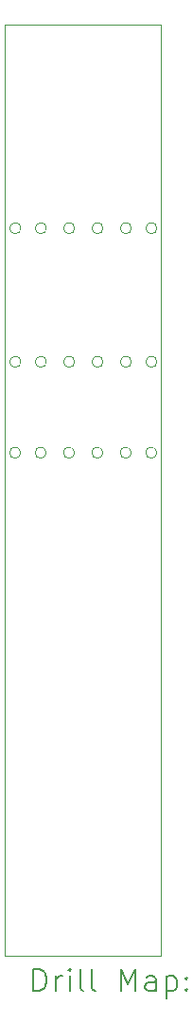
<source format=gbr>
%TF.GenerationSoftware,KiCad,Pcbnew,6.0.11*%
%TF.CreationDate,2024-07-26T21:28:43+01:00*%
%TF.ProjectId,7Backpack,37426163-6b70-4616-936b-2e6b69636164,rev?*%
%TF.SameCoordinates,Original*%
%TF.FileFunction,Drillmap*%
%TF.FilePolarity,Positive*%
%FSLAX45Y45*%
G04 Gerber Fmt 4.5, Leading zero omitted, Abs format (unit mm)*
G04 Created by KiCad (PCBNEW 6.0.11) date 2024-07-26 21:28:43*
%MOMM*%
%LPD*%
G01*
G04 APERTURE LIST*
%ADD10C,0.100000*%
%ADD11C,0.200000*%
G04 APERTURE END LIST*
D10*
X9842500Y-5143500D02*
X11239500Y-5143500D01*
X11239500Y-5143500D02*
X11239500Y-13462000D01*
X11239500Y-13462000D02*
X9842500Y-13462000D01*
X9842500Y-13462000D02*
X9842500Y-5143500D01*
X10211600Y-8153400D02*
G75*
G03*
X10211600Y-8153400I-50000J0D01*
G01*
X10464800Y-8153400D02*
G75*
G03*
X10464800Y-8153400I-50000J0D01*
G01*
X10463200Y-8966200D02*
G75*
G03*
X10463200Y-8966200I-50000J0D01*
G01*
X10464800Y-6959600D02*
G75*
G03*
X10464800Y-6959600I-50000J0D01*
G01*
X11201400Y-6959600D02*
G75*
G03*
X11201400Y-6959600I-50000J0D01*
G01*
X9983000Y-8153400D02*
G75*
G03*
X9983000Y-8153400I-50000J0D01*
G01*
X10718800Y-6959600D02*
G75*
G03*
X10718800Y-6959600I-50000J0D01*
G01*
X11201400Y-8153400D02*
G75*
G03*
X11201400Y-8153400I-50000J0D01*
G01*
X10718800Y-8153400D02*
G75*
G03*
X10718800Y-8153400I-50000J0D01*
G01*
X10717200Y-8966200D02*
G75*
G03*
X10717200Y-8966200I-50000J0D01*
G01*
X10972800Y-6959600D02*
G75*
G03*
X10972800Y-6959600I-50000J0D01*
G01*
X10972800Y-8153400D02*
G75*
G03*
X10972800Y-8153400I-50000J0D01*
G01*
X10210000Y-8966200D02*
G75*
G03*
X10210000Y-8966200I-50000J0D01*
G01*
X11199800Y-8966200D02*
G75*
G03*
X11199800Y-8966200I-50000J0D01*
G01*
X9981400Y-8966200D02*
G75*
G03*
X9981400Y-8966200I-50000J0D01*
G01*
X10211600Y-6959600D02*
G75*
G03*
X10211600Y-6959600I-50000J0D01*
G01*
X10971200Y-8966200D02*
G75*
G03*
X10971200Y-8966200I-50000J0D01*
G01*
X9983000Y-6959600D02*
G75*
G03*
X9983000Y-6959600I-50000J0D01*
G01*
D11*
X10095119Y-13777476D02*
X10095119Y-13577476D01*
X10142738Y-13577476D01*
X10171310Y-13587000D01*
X10190357Y-13606048D01*
X10199881Y-13625095D01*
X10209405Y-13663190D01*
X10209405Y-13691762D01*
X10199881Y-13729857D01*
X10190357Y-13748905D01*
X10171310Y-13767952D01*
X10142738Y-13777476D01*
X10095119Y-13777476D01*
X10295119Y-13777476D02*
X10295119Y-13644143D01*
X10295119Y-13682238D02*
X10304643Y-13663190D01*
X10314167Y-13653667D01*
X10333214Y-13644143D01*
X10352262Y-13644143D01*
X10418929Y-13777476D02*
X10418929Y-13644143D01*
X10418929Y-13577476D02*
X10409405Y-13587000D01*
X10418929Y-13596524D01*
X10428452Y-13587000D01*
X10418929Y-13577476D01*
X10418929Y-13596524D01*
X10542738Y-13777476D02*
X10523690Y-13767952D01*
X10514167Y-13748905D01*
X10514167Y-13577476D01*
X10647500Y-13777476D02*
X10628452Y-13767952D01*
X10618929Y-13748905D01*
X10618929Y-13577476D01*
X10876071Y-13777476D02*
X10876071Y-13577476D01*
X10942738Y-13720333D01*
X11009405Y-13577476D01*
X11009405Y-13777476D01*
X11190357Y-13777476D02*
X11190357Y-13672714D01*
X11180833Y-13653667D01*
X11161786Y-13644143D01*
X11123690Y-13644143D01*
X11104643Y-13653667D01*
X11190357Y-13767952D02*
X11171310Y-13777476D01*
X11123690Y-13777476D01*
X11104643Y-13767952D01*
X11095119Y-13748905D01*
X11095119Y-13729857D01*
X11104643Y-13710809D01*
X11123690Y-13701286D01*
X11171310Y-13701286D01*
X11190357Y-13691762D01*
X11285595Y-13644143D02*
X11285595Y-13844143D01*
X11285595Y-13653667D02*
X11304643Y-13644143D01*
X11342738Y-13644143D01*
X11361786Y-13653667D01*
X11371309Y-13663190D01*
X11380833Y-13682238D01*
X11380833Y-13739381D01*
X11371309Y-13758428D01*
X11361786Y-13767952D01*
X11342738Y-13777476D01*
X11304643Y-13777476D01*
X11285595Y-13767952D01*
X11466548Y-13758428D02*
X11476071Y-13767952D01*
X11466548Y-13777476D01*
X11457024Y-13767952D01*
X11466548Y-13758428D01*
X11466548Y-13777476D01*
X11466548Y-13653667D02*
X11476071Y-13663190D01*
X11466548Y-13672714D01*
X11457024Y-13663190D01*
X11466548Y-13653667D01*
X11466548Y-13672714D01*
M02*

</source>
